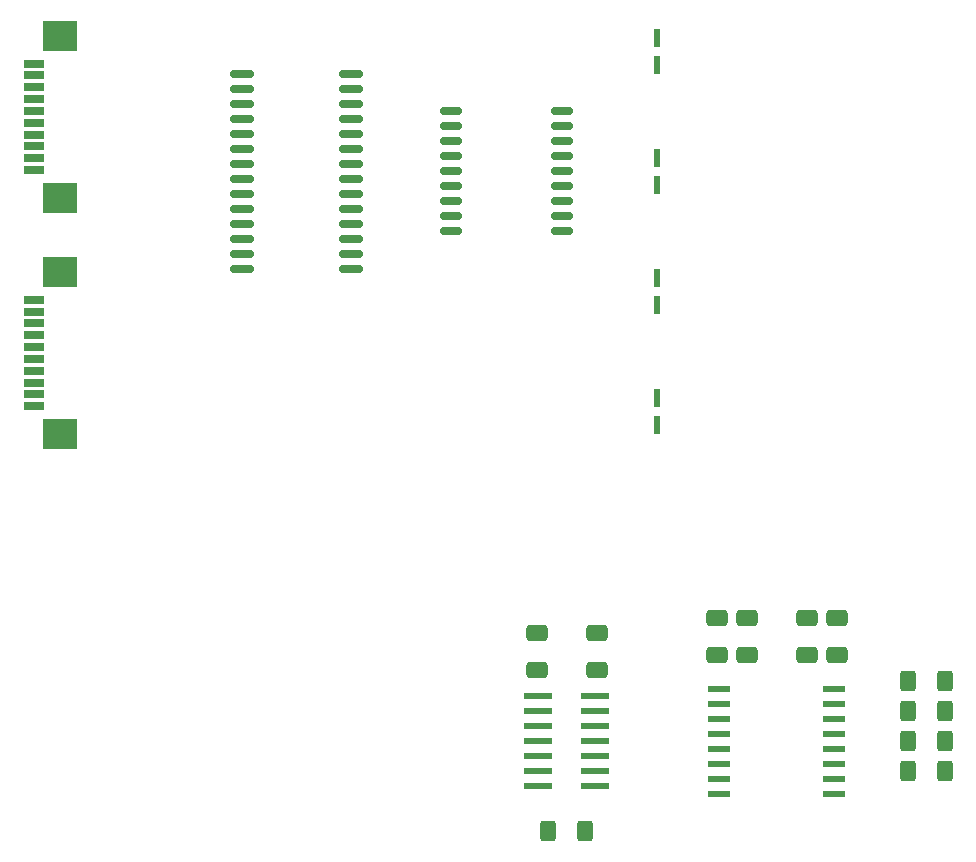
<source format=gbr>
%TF.GenerationSoftware,KiCad,Pcbnew,8.0.6-8.0.6-0~ubuntu24.04.1*%
%TF.CreationDate,2024-12-11T16:34:02+03:00*%
%TF.ProjectId,PM-Neopixel4,504d2d4e-656f-4706-9978-656c342e6b69,rev?*%
%TF.SameCoordinates,Original*%
%TF.FileFunction,Paste,Top*%
%TF.FilePolarity,Positive*%
%FSLAX46Y46*%
G04 Gerber Fmt 4.6, Leading zero omitted, Abs format (unit mm)*
G04 Created by KiCad (PCBNEW 8.0.6-8.0.6-0~ubuntu24.04.1) date 2024-12-11 16:34:02*
%MOMM*%
%LPD*%
G01*
G04 APERTURE LIST*
G04 Aperture macros list*
%AMRoundRect*
0 Rectangle with rounded corners*
0 $1 Rounding radius*
0 $2 $3 $4 $5 $6 $7 $8 $9 X,Y pos of 4 corners*
0 Add a 4 corners polygon primitive as box body*
4,1,4,$2,$3,$4,$5,$6,$7,$8,$9,$2,$3,0*
0 Add four circle primitives for the rounded corners*
1,1,$1+$1,$2,$3*
1,1,$1+$1,$4,$5*
1,1,$1+$1,$6,$7*
1,1,$1+$1,$8,$9*
0 Add four rect primitives between the rounded corners*
20,1,$1+$1,$2,$3,$4,$5,0*
20,1,$1+$1,$4,$5,$6,$7,0*
20,1,$1+$1,$6,$7,$8,$9,0*
20,1,$1+$1,$8,$9,$2,$3,0*%
G04 Aperture macros list end*
%ADD10RoundRect,0.250000X0.650000X-0.412500X0.650000X0.412500X-0.650000X0.412500X-0.650000X-0.412500X0*%
%ADD11RoundRect,0.150000X-0.875000X-0.150000X0.875000X-0.150000X0.875000X0.150000X-0.875000X0.150000X0*%
%ADD12RoundRect,0.150000X-0.800000X-0.150000X0.800000X-0.150000X0.800000X0.150000X-0.800000X0.150000X0*%
%ADD13R,2.474067X0.622132*%
%ADD14R,1.803400X0.635000*%
%ADD15R,2.997200X2.590800*%
%ADD16R,1.854200X0.482600*%
%ADD17RoundRect,0.250000X-0.400000X-0.625000X0.400000X-0.625000X0.400000X0.625000X-0.400000X0.625000X0*%
%ADD18R,0.533400X1.524000*%
G04 APERTURE END LIST*
D10*
%TO.C,C2*%
X5080000Y-16802500D03*
X5080000Y-13677500D03*
%TD*%
%TO.C,C6*%
X25400000Y-15532500D03*
X25400000Y-12407500D03*
%TD*%
D11*
%TO.C,U4*%
X-24970000Y33655000D03*
X-24970000Y32385000D03*
X-24970000Y31115000D03*
X-24970000Y29845000D03*
X-24970000Y28575000D03*
X-24970000Y27305000D03*
X-24970000Y26035000D03*
X-24970000Y24765000D03*
X-24970000Y23495000D03*
X-24970000Y22225000D03*
X-24970000Y20955000D03*
X-24970000Y19685000D03*
X-24970000Y18415000D03*
X-24970000Y17145000D03*
X-15670000Y17145000D03*
X-15670000Y18415000D03*
X-15670000Y19685000D03*
X-15670000Y20955000D03*
X-15670000Y22225000D03*
X-15670000Y23495000D03*
X-15670000Y24765000D03*
X-15670000Y26035000D03*
X-15670000Y27305000D03*
X-15670000Y28575000D03*
X-15670000Y29845000D03*
X-15670000Y31115000D03*
X-15670000Y32385000D03*
X-15670000Y33655000D03*
%TD*%
D12*
%TO.C,U3*%
X-7265000Y30480000D03*
X-7265000Y29210000D03*
X-7265000Y27940000D03*
X-7265000Y26670000D03*
X-7265000Y25400000D03*
X-7265000Y24130000D03*
X-7265000Y22860000D03*
X-7265000Y21590000D03*
X-7265000Y20320000D03*
X2185000Y20320000D03*
X2185000Y21590000D03*
X2185000Y22860000D03*
X2185000Y24130000D03*
X2185000Y25400000D03*
X2185000Y26670000D03*
X2185000Y27940000D03*
X2185000Y29210000D03*
X2185000Y30480000D03*
%TD*%
D10*
%TO.C,C1*%
X0Y-16802500D03*
X0Y-13677500D03*
%TD*%
%TO.C,C4*%
X17780000Y-15532500D03*
X17780000Y-12407500D03*
%TD*%
D13*
%TO.C,U6*%
X123934Y-19050000D03*
X123934Y-20320000D03*
X123934Y-21590000D03*
X123934Y-22860000D03*
X123934Y-24130000D03*
X123934Y-25400000D03*
X123934Y-26670000D03*
X4956066Y-26670000D03*
X4956066Y-25400000D03*
X4956066Y-24130000D03*
X4956066Y-22860000D03*
X4956066Y-21590000D03*
X4956066Y-20320000D03*
X4956066Y-19050000D03*
%TD*%
D14*
%TO.C,J1*%
X-42556000Y25500009D03*
X-42556000Y26500007D03*
X-42556000Y27500005D03*
X-42556000Y28500003D03*
X-42556000Y29500001D03*
X-42556000Y30499999D03*
X-42556000Y31499997D03*
X-42556000Y32499995D03*
X-42556000Y33499993D03*
X-42556000Y34499991D03*
D15*
X-40385999Y23149998D03*
X-40385999Y36850002D03*
%TD*%
D16*
%TO.C,U5*%
X15443200Y-18415000D03*
X15443200Y-19685000D03*
X15443200Y-20955000D03*
X15443200Y-22225000D03*
X15443200Y-23495000D03*
X15443200Y-24765000D03*
X15443200Y-26035000D03*
X15443200Y-27305000D03*
X25196800Y-27305000D03*
X25196800Y-26035000D03*
X25196800Y-24765000D03*
X25196800Y-23495000D03*
X25196800Y-22225000D03*
X25196800Y-20955000D03*
X25196800Y-19685000D03*
X25196800Y-18415000D03*
%TD*%
D17*
%TO.C,R1*%
X990000Y-30480000D03*
X4090000Y-30480000D03*
%TD*%
D18*
%TO.C,D0*%
X10160000Y36703000D03*
X10160000Y34417000D03*
%TD*%
%TO.C,D3*%
X10160000Y6223000D03*
X10160000Y3937000D03*
%TD*%
%TO.C,D2*%
X10160000Y16383000D03*
X10160000Y14097000D03*
%TD*%
D17*
%TO.C,R2*%
X31470000Y-17780000D03*
X34570000Y-17780000D03*
%TD*%
D10*
%TO.C,C5*%
X22860000Y-15532500D03*
X22860000Y-12407500D03*
%TD*%
%TO.C,C3*%
X15240000Y-15532500D03*
X15240000Y-12407500D03*
%TD*%
D14*
%TO.C,J3*%
X-42556000Y5500009D03*
X-42556000Y6500007D03*
X-42556000Y7500005D03*
X-42556000Y8500003D03*
X-42556000Y9500001D03*
X-42556000Y10499999D03*
X-42556000Y11499997D03*
X-42556000Y12499995D03*
X-42556000Y13499993D03*
X-42556000Y14499991D03*
D15*
X-40385999Y3149998D03*
X-40385999Y16850002D03*
%TD*%
D18*
%TO.C,D1*%
X10160000Y26543000D03*
X10160000Y24257000D03*
%TD*%
D17*
%TO.C,R4*%
X31470000Y-22860000D03*
X34570000Y-22860000D03*
%TD*%
%TO.C,R5*%
X31470000Y-25400000D03*
X34570000Y-25400000D03*
%TD*%
%TO.C,R3*%
X31470000Y-20320000D03*
X34570000Y-20320000D03*
%TD*%
M02*

</source>
